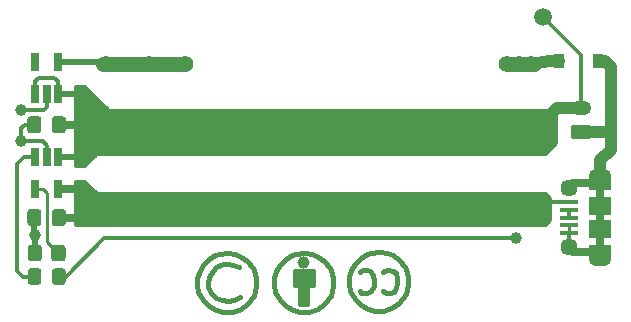
<source format=gbr>
%TF.GenerationSoftware,KiCad,Pcbnew,(5.1.9)-1*%
%TF.CreationDate,2021-01-14T15:41:35-05:00*%
%TF.ProjectId,TI59_battery,54493539-5f62-4617-9474-6572792e6b69,1*%
%TF.SameCoordinates,Original*%
%TF.FileFunction,Copper,L2,Bot*%
%TF.FilePolarity,Positive*%
%FSLAX46Y46*%
G04 Gerber Fmt 4.6, Leading zero omitted, Abs format (unit mm)*
G04 Created by KiCad (PCBNEW (5.1.9)-1) date 2021-01-14 15:41:35*
%MOMM*%
%LPD*%
G01*
G04 APERTURE LIST*
%TA.AperFunction,EtchedComponent*%
%ADD10C,0.381000*%
%TD*%
%TA.AperFunction,SMDPad,CuDef*%
%ADD11R,1.900000X1.500000*%
%TD*%
%TA.AperFunction,ComponentPad*%
%ADD12C,1.450000*%
%TD*%
%TA.AperFunction,SMDPad,CuDef*%
%ADD13R,1.600000X0.400000*%
%TD*%
%TA.AperFunction,ComponentPad*%
%ADD14O,1.900000X1.200000*%
%TD*%
%TA.AperFunction,SMDPad,CuDef*%
%ADD15R,1.900000X1.200000*%
%TD*%
%TA.AperFunction,SMDPad,CuDef*%
%ADD16C,1.500000*%
%TD*%
%TA.AperFunction,SMDPad,CuDef*%
%ADD17R,0.900000X1.200000*%
%TD*%
%TA.AperFunction,ComponentPad*%
%ADD18O,1.750000X1.200000*%
%TD*%
%TA.AperFunction,SMDPad,CuDef*%
%ADD19R,0.650000X1.560000*%
%TD*%
%TA.AperFunction,ViaPad*%
%ADD20C,1.000000*%
%TD*%
%TA.AperFunction,ViaPad*%
%ADD21C,1.400000*%
%TD*%
%TA.AperFunction,Conductor*%
%ADD22C,0.350000*%
%TD*%
%TA.AperFunction,Conductor*%
%ADD23C,0.700000*%
%TD*%
%TA.AperFunction,Conductor*%
%ADD24C,0.250000*%
%TD*%
%TA.AperFunction,Conductor*%
%ADD25C,0.500000*%
%TD*%
%TA.AperFunction,Conductor*%
%ADD26C,1.000000*%
%TD*%
%TA.AperFunction,Conductor*%
%ADD27C,1.250000*%
%TD*%
%TA.AperFunction,Conductor*%
%ADD28C,0.100000*%
%TD*%
G04 APERTURE END LIST*
D10*
%TO.C,REF\u002A\u002A*%
X137099820Y-110948880D02*
X136599440Y-111251140D01*
X136599440Y-111251140D02*
X136099060Y-111350200D01*
X136099060Y-111350200D02*
X135601220Y-111251140D01*
X135601220Y-111251140D02*
X135100840Y-111050480D01*
X135100840Y-111050480D02*
X134699520Y-110649160D01*
X134699520Y-110649160D02*
X134399800Y-110148780D01*
X134399800Y-110148780D02*
X134399800Y-109750000D01*
X134399800Y-109750000D02*
X134498860Y-109249620D01*
X134498860Y-109249620D02*
X134801120Y-108749240D01*
X134801120Y-108749240D02*
X135100840Y-108449520D01*
X135100840Y-108449520D02*
X135700280Y-108149800D01*
X135700280Y-108149800D02*
X136099060Y-108149800D01*
X136099060Y-108149800D02*
X136500380Y-108248860D01*
X136500380Y-108248860D02*
X137000760Y-108449520D01*
X136000000Y-107250640D02*
X136099060Y-107250640D01*
X136099060Y-107250640D02*
X136701040Y-107349700D01*
X136701040Y-107349700D02*
X137198880Y-107550360D01*
X137198880Y-107550360D02*
X137699260Y-107949140D01*
X137699260Y-107949140D02*
X138199640Y-108551120D01*
X138199640Y-108551120D02*
X138400300Y-108949900D01*
X138400300Y-108949900D02*
X138499360Y-109450280D01*
X138499360Y-109450280D02*
X138499360Y-110049720D01*
X138499360Y-110049720D02*
X138301240Y-110849820D01*
X138301240Y-110849820D02*
X137699260Y-111550860D01*
X137699260Y-111550860D02*
X137198880Y-111949640D01*
X137198880Y-111949640D02*
X136500380Y-112249360D01*
X136500380Y-112249360D02*
X135700280Y-112249360D01*
X135700280Y-112249360D02*
X135100840Y-112051240D01*
X135100840Y-112051240D02*
X134498860Y-111748980D01*
X134498860Y-111748980D02*
X134001020Y-111251140D01*
X134001020Y-111251140D02*
X133599700Y-110550100D01*
X133599700Y-110550100D02*
X133500640Y-109950660D01*
X133500640Y-109950660D02*
X133500640Y-109351220D01*
X133500640Y-109351220D02*
X133698760Y-108749240D01*
X133698760Y-108749240D02*
X134001020Y-108248860D01*
X134001020Y-108248860D02*
X134498860Y-107751020D01*
X134498860Y-107751020D02*
X134999240Y-107448760D01*
X134999240Y-107448760D02*
X135400560Y-107349700D01*
X135400560Y-107349700D02*
X136000000Y-107250640D01*
X142500000Y-107850080D02*
X142500000Y-108248860D01*
X143201040Y-109048960D02*
X141900560Y-109048960D01*
X141999620Y-109351220D02*
X143201040Y-109351220D01*
X143300100Y-109650940D02*
X141999620Y-109650940D01*
X142500000Y-110049720D02*
X142500000Y-111350200D01*
X142400940Y-111550860D02*
X142200280Y-111550860D01*
X142200280Y-111550860D02*
X142200280Y-109950660D01*
X142799720Y-110049720D02*
X142799720Y-111550860D01*
X142799720Y-111550860D02*
X142299340Y-111550860D01*
X143300100Y-108749240D02*
X141798960Y-108749240D01*
X141798960Y-108749240D02*
X141798960Y-109950660D01*
X141798960Y-109950660D02*
X143300100Y-109950660D01*
X143300100Y-109950660D02*
X143300100Y-108749240D01*
X142815666Y-108050740D02*
G75*
G03*
X142815666Y-108050740I-315666J0D01*
G01*
X142500000Y-107250640D02*
X142599060Y-107250640D01*
X142599060Y-107250640D02*
X143201040Y-107349700D01*
X143201040Y-107349700D02*
X143698880Y-107550360D01*
X143698880Y-107550360D02*
X144199260Y-107949140D01*
X144199260Y-107949140D02*
X144699640Y-108551120D01*
X144699640Y-108551120D02*
X144900300Y-108949900D01*
X144900300Y-108949900D02*
X144999360Y-109450280D01*
X144999360Y-109450280D02*
X144999360Y-110049720D01*
X144999360Y-110049720D02*
X144801240Y-110849820D01*
X144801240Y-110849820D02*
X144199260Y-111550860D01*
X144199260Y-111550860D02*
X143698880Y-111949640D01*
X143698880Y-111949640D02*
X143000380Y-112249360D01*
X143000380Y-112249360D02*
X142200280Y-112249360D01*
X142200280Y-112249360D02*
X141600840Y-112051240D01*
X141600840Y-112051240D02*
X140998860Y-111748980D01*
X140998860Y-111748980D02*
X140501020Y-111251140D01*
X140501020Y-111251140D02*
X140099700Y-110550100D01*
X140099700Y-110550100D02*
X140000640Y-109950660D01*
X140000640Y-109950660D02*
X140000640Y-109351220D01*
X140000640Y-109351220D02*
X140198760Y-108749240D01*
X140198760Y-108749240D02*
X140501020Y-108248860D01*
X140501020Y-108248860D02*
X140998860Y-107751020D01*
X140998860Y-107751020D02*
X141499240Y-107448760D01*
X141499240Y-107448760D02*
X141900560Y-107349700D01*
X141900560Y-107349700D02*
X142500000Y-107250640D01*
X147249800Y-108849900D02*
X147348860Y-108750840D01*
X147348860Y-108750840D02*
X147549520Y-108649240D01*
X147549520Y-108649240D02*
X147849240Y-108649240D01*
X147849240Y-108649240D02*
X148148960Y-108750840D01*
X148148960Y-108750840D02*
X148349620Y-109149620D01*
X148349620Y-109149620D02*
X148451220Y-109650000D01*
X148451220Y-109650000D02*
X148451220Y-110048780D01*
X148451220Y-110048780D02*
X148250560Y-110450100D01*
X148250560Y-110450100D02*
X147849240Y-110650760D01*
X147849240Y-110650760D02*
X147651120Y-110650760D01*
X147651120Y-110650760D02*
X147348860Y-110650760D01*
X147348860Y-110650760D02*
X147249800Y-110450100D01*
X149248780Y-108849900D02*
X149350380Y-108750840D01*
X149350380Y-108750840D02*
X149650100Y-108649240D01*
X149650100Y-108649240D02*
X150048880Y-108750840D01*
X150048880Y-108750840D02*
X150351140Y-108948960D01*
X150351140Y-108948960D02*
X150450200Y-109350280D01*
X150450200Y-109350280D02*
X150450200Y-109749060D01*
X150450200Y-109749060D02*
X150351140Y-110249440D01*
X150351140Y-110249440D02*
X150150480Y-110549160D01*
X150150480Y-110549160D02*
X149850760Y-110650760D01*
X149850760Y-110650760D02*
X149449440Y-110650760D01*
X149449440Y-110650760D02*
X149248780Y-110450100D01*
X148850000Y-107150640D02*
X148949060Y-107150640D01*
X148949060Y-107150640D02*
X149551040Y-107249700D01*
X149551040Y-107249700D02*
X150048880Y-107450360D01*
X150048880Y-107450360D02*
X150549260Y-107849140D01*
X150549260Y-107849140D02*
X151049640Y-108451120D01*
X151049640Y-108451120D02*
X151250300Y-108849900D01*
X151250300Y-108849900D02*
X151349360Y-109350280D01*
X151349360Y-109350280D02*
X151349360Y-109949720D01*
X151349360Y-109949720D02*
X151151240Y-110749820D01*
X151151240Y-110749820D02*
X150549260Y-111450860D01*
X150549260Y-111450860D02*
X150048880Y-111849640D01*
X150048880Y-111849640D02*
X149350380Y-112149360D01*
X149350380Y-112149360D02*
X148550280Y-112149360D01*
X148550280Y-112149360D02*
X147950840Y-111951240D01*
X147950840Y-111951240D02*
X147348860Y-111648980D01*
X147348860Y-111648980D02*
X146851020Y-111151140D01*
X146851020Y-111151140D02*
X146449700Y-110450100D01*
X146449700Y-110450100D02*
X146350640Y-109850660D01*
X146350640Y-109850660D02*
X146350640Y-109251220D01*
X146350640Y-109251220D02*
X146548760Y-108649240D01*
X146548760Y-108649240D02*
X146851020Y-108148860D01*
X146851020Y-108148860D02*
X147348860Y-107651020D01*
X147348860Y-107651020D02*
X147849240Y-107348760D01*
X147849240Y-107348760D02*
X148250560Y-107249700D01*
X148250560Y-107249700D02*
X148850000Y-107150640D01*
%TD*%
D11*
%TO.P,J1,6*%
%TO.N,GND*%
X167637500Y-105250000D03*
D12*
X164937500Y-101750000D03*
D13*
%TO.P,J1,2*%
%TO.N,Net-(J1-Pad2)*%
X164937500Y-103600000D03*
%TO.P,J1,1*%
%TO.N,/VUSB*%
X164937500Y-102950000D03*
%TO.P,J1,5*%
%TO.N,GND*%
X164937500Y-105550000D03*
%TO.P,J1,4*%
X164937500Y-104900000D03*
%TO.P,J1,3*%
%TO.N,Net-(J1-Pad2)*%
X164937500Y-104250000D03*
D12*
%TO.P,J1,6*%
%TO.N,GND*%
X164937500Y-106750000D03*
D11*
X167637500Y-103250000D03*
D14*
X167637500Y-100750000D03*
X167637500Y-107750000D03*
D15*
X167637500Y-107150000D03*
X167637500Y-101350000D03*
%TD*%
%TO.P,R1,2*%
%TO.N,GND*%
%TA.AperFunction,SMDPad,CuDef*%
G36*
G01*
X120350000Y-106799999D02*
X120350000Y-107700001D01*
G75*
G02*
X120100001Y-107950000I-249999J0D01*
G01*
X119399999Y-107950000D01*
G75*
G02*
X119150000Y-107700001I0J249999D01*
G01*
X119150000Y-106799999D01*
G75*
G02*
X119399999Y-106550000I249999J0D01*
G01*
X120100001Y-106550000D01*
G75*
G02*
X120350000Y-106799999I0J-249999D01*
G01*
G37*
%TD.AperFunction*%
%TO.P,R1,1*%
%TO.N,Net-(R1-Pad1)*%
%TA.AperFunction,SMDPad,CuDef*%
G36*
G01*
X122350000Y-106799999D02*
X122350000Y-107700001D01*
G75*
G02*
X122100001Y-107950000I-249999J0D01*
G01*
X121399999Y-107950000D01*
G75*
G02*
X121150000Y-107700001I0J249999D01*
G01*
X121150000Y-106799999D01*
G75*
G02*
X121399999Y-106550000I249999J0D01*
G01*
X122100001Y-106550000D01*
G75*
G02*
X122350000Y-106799999I0J-249999D01*
G01*
G37*
%TD.AperFunction*%
%TD*%
%TO.P,C1,2*%
%TO.N,GND*%
%TA.AperFunction,SMDPad,CuDef*%
G36*
G01*
X120300000Y-103775000D02*
X120300000Y-104725000D01*
G75*
G02*
X120050000Y-104975000I-250000J0D01*
G01*
X119375000Y-104975000D01*
G75*
G02*
X119125000Y-104725000I0J250000D01*
G01*
X119125000Y-103775000D01*
G75*
G02*
X119375000Y-103525000I250000J0D01*
G01*
X120050000Y-103525000D01*
G75*
G02*
X120300000Y-103775000I0J-250000D01*
G01*
G37*
%TD.AperFunction*%
%TO.P,C1,1*%
%TO.N,/VUSB*%
%TA.AperFunction,SMDPad,CuDef*%
G36*
G01*
X122375000Y-103775000D02*
X122375000Y-104725000D01*
G75*
G02*
X122125000Y-104975000I-250000J0D01*
G01*
X121450000Y-104975000D01*
G75*
G02*
X121200000Y-104725000I0J250000D01*
G01*
X121200000Y-103775000D01*
G75*
G02*
X121450000Y-103525000I250000J0D01*
G01*
X122125000Y-103525000D01*
G75*
G02*
X122375000Y-103775000I0J-250000D01*
G01*
G37*
%TD.AperFunction*%
%TD*%
%TO.P,C2,2*%
%TO.N,GND*%
%TA.AperFunction,SMDPad,CuDef*%
G36*
G01*
X120300000Y-95925000D02*
X120300000Y-96875000D01*
G75*
G02*
X120050000Y-97125000I-250000J0D01*
G01*
X119375000Y-97125000D01*
G75*
G02*
X119125000Y-96875000I0J250000D01*
G01*
X119125000Y-95925000D01*
G75*
G02*
X119375000Y-95675000I250000J0D01*
G01*
X120050000Y-95675000D01*
G75*
G02*
X120300000Y-95925000I0J-250000D01*
G01*
G37*
%TD.AperFunction*%
%TO.P,C2,1*%
%TO.N,/VBAT*%
%TA.AperFunction,SMDPad,CuDef*%
G36*
G01*
X122375000Y-95925000D02*
X122375000Y-96875000D01*
G75*
G02*
X122125000Y-97125000I-250000J0D01*
G01*
X121450000Y-97125000D01*
G75*
G02*
X121200000Y-96875000I0J250000D01*
G01*
X121200000Y-95925000D01*
G75*
G02*
X121450000Y-95675000I250000J0D01*
G01*
X122125000Y-95675000D01*
G75*
G02*
X122375000Y-95925000I0J-250000D01*
G01*
G37*
%TD.AperFunction*%
%TD*%
D16*
%TO.P,TP1,1*%
%TO.N,/VUSB*%
X126250000Y-103500000D03*
%TD*%
%TO.P,TP2,1*%
%TO.N,/VBAT*%
X162750000Y-87250000D03*
%TD*%
D17*
%TO.P,Z1,2*%
%TO.N,GND*%
X167400000Y-91000000D03*
%TO.P,Z1,1*%
%TO.N,/POS*%
X164100000Y-91000000D03*
%TD*%
%TO.P,J2,1*%
%TO.N,GND*%
%TA.AperFunction,ComponentPad*%
G36*
G01*
X166625001Y-97600000D02*
X165374999Y-97600000D01*
G75*
G02*
X165125000Y-97350001I0J249999D01*
G01*
X165125000Y-96649999D01*
G75*
G02*
X165374999Y-96400000I249999J0D01*
G01*
X166625001Y-96400000D01*
G75*
G02*
X166875000Y-96649999I0J-249999D01*
G01*
X166875000Y-97350001D01*
G75*
G02*
X166625001Y-97600000I-249999J0D01*
G01*
G37*
%TD.AperFunction*%
D18*
%TO.P,J2,2*%
%TO.N,/VBAT*%
X166000000Y-95000000D03*
%TD*%
%TO.P,R2,2*%
%TO.N,Net-(D1-Pad1)*%
%TA.AperFunction,SMDPad,CuDef*%
G36*
G01*
X121200000Y-109700001D02*
X121200000Y-108799999D01*
G75*
G02*
X121449999Y-108550000I249999J0D01*
G01*
X122100001Y-108550000D01*
G75*
G02*
X122350000Y-108799999I0J-249999D01*
G01*
X122350000Y-109700001D01*
G75*
G02*
X122100001Y-109950000I-249999J0D01*
G01*
X121449999Y-109950000D01*
G75*
G02*
X121200000Y-109700001I0J249999D01*
G01*
G37*
%TD.AperFunction*%
%TO.P,R2,1*%
%TO.N,Net-(R2-Pad1)*%
%TA.AperFunction,SMDPad,CuDef*%
G36*
G01*
X119150000Y-109700001D02*
X119150000Y-108799999D01*
G75*
G02*
X119399999Y-108550000I249999J0D01*
G01*
X120050001Y-108550000D01*
G75*
G02*
X120300000Y-108799999I0J-249999D01*
G01*
X120300000Y-109700001D01*
G75*
G02*
X120050001Y-109950000I-249999J0D01*
G01*
X119399999Y-109950000D01*
G75*
G02*
X119150000Y-109700001I0J249999D01*
G01*
G37*
%TD.AperFunction*%
%TD*%
D19*
%TO.P,U1,1*%
%TO.N,Net-(R2-Pad1)*%
X119800000Y-99150000D03*
%TO.P,U1,2*%
%TO.N,GND*%
X120750000Y-99150000D03*
%TO.P,U1,3*%
%TO.N,/VBAT*%
X121700000Y-99150000D03*
%TO.P,U1,4*%
%TO.N,/VUSB*%
X121700000Y-101850000D03*
%TO.P,U1,5*%
%TO.N,Net-(R1-Pad1)*%
X119800000Y-101850000D03*
%TD*%
%TO.P,U2,5*%
%TO.N,/POS*%
X121700000Y-91050000D03*
%TO.P,U2,4*%
%TO.N,N/C*%
X119800000Y-91050000D03*
%TO.P,U2,3*%
%TO.N,/VBAT*%
X119800000Y-93750000D03*
%TO.P,U2,2*%
%TO.N,GND*%
X120750000Y-93750000D03*
%TO.P,U2,1*%
%TO.N,/VBAT*%
X121700000Y-93750000D03*
%TD*%
D20*
%TO.N,GND*%
X119750000Y-105750000D03*
X118600000Y-97800000D03*
X118600000Y-95100000D03*
%TO.N,Net-(D1-Pad1)*%
X160500000Y-106000000D03*
%TO.N,/VUSB*%
X160500000Y-103250000D03*
D21*
%TO.N,/POS*%
X159750000Y-91250000D03*
X160750000Y-91250000D03*
X125800000Y-91250000D03*
X161750000Y-91250000D03*
X132500000Y-91250000D03*
X129400000Y-91250000D03*
%TD*%
D22*
%TO.N,GND*%
X164937500Y-105550000D02*
X164937500Y-106750000D01*
D23*
X167637500Y-105500000D02*
X167637500Y-107750000D01*
D24*
X164937500Y-104900000D02*
X164937500Y-105550000D01*
D25*
X119712500Y-105712500D02*
X119750000Y-105750000D01*
X119712500Y-104250000D02*
X119712500Y-105712500D01*
X119750000Y-107250000D02*
X119750000Y-105750000D01*
X119712500Y-96400000D02*
X119712500Y-96687500D01*
D22*
X120400000Y-97800000D02*
X118600000Y-97800000D01*
X120750000Y-98150000D02*
X120400000Y-97800000D01*
X120750000Y-99150000D02*
X120750000Y-98150000D01*
X118900000Y-96400000D02*
X119712500Y-96400000D01*
X118600000Y-96700000D02*
X118900000Y-96400000D01*
X118600000Y-97800000D02*
X118600000Y-96700000D01*
X120750000Y-93750000D02*
X120750000Y-94850000D01*
X120750000Y-94850000D02*
X120500000Y-95100000D01*
X120500000Y-95100000D02*
X118600000Y-95100000D01*
D25*
X168000000Y-91000000D02*
X167400000Y-91000000D01*
D26*
X168500000Y-91500000D02*
X168000000Y-91000000D01*
X168500000Y-97000000D02*
X168500000Y-91500000D01*
X166000000Y-97000000D02*
X168500000Y-97000000D01*
X168500000Y-97000000D02*
X168500000Y-98500000D01*
X167637500Y-99362500D02*
X167637500Y-100750000D01*
X168500000Y-98500000D02*
X167637500Y-99362500D01*
D23*
X167637500Y-101350000D02*
X167637500Y-103250000D01*
X167637500Y-103250000D02*
X167637500Y-105250000D01*
X165337500Y-101350000D02*
X164937500Y-101750000D01*
X167637500Y-101350000D02*
X165337500Y-101350000D01*
X165337500Y-107150000D02*
X164937500Y-106750000D01*
X167637500Y-107150000D02*
X165337500Y-107150000D01*
D22*
%TO.N,Net-(D1-Pad1)*%
X125600000Y-106000000D02*
X160500000Y-106000000D01*
X122350000Y-109250000D02*
X125600000Y-106000000D01*
X121775000Y-109250000D02*
X122350000Y-109250000D01*
D24*
%TO.N,Net-(R1-Pad1)*%
X120800000Y-106300000D02*
X121750000Y-107250000D01*
X120800000Y-102200000D02*
X120800000Y-106300000D01*
X120450000Y-101850000D02*
X120800000Y-102200000D01*
X119800000Y-101850000D02*
X120450000Y-101850000D01*
D22*
%TO.N,Net-(R2-Pad1)*%
X118250000Y-108800000D02*
X118750000Y-109300000D01*
X118750000Y-109300000D02*
X119725000Y-109300000D01*
X118250000Y-99750000D02*
X118250000Y-108800000D01*
X118850000Y-99150000D02*
X118250000Y-99750000D01*
X119800000Y-99150000D02*
X118850000Y-99150000D01*
D25*
%TO.N,/VUSB*%
X121700000Y-104162500D02*
X121787500Y-104250000D01*
D22*
%TO.N,Net-(J1-Pad2)*%
X164937500Y-103600000D02*
X164937500Y-104250000D01*
%TO.N,/VUSB*%
X161500000Y-103250000D02*
X162750000Y-104500000D01*
X160500000Y-103250000D02*
X161500000Y-103250000D01*
X164937500Y-102950000D02*
X162800000Y-102950000D01*
D23*
X121787500Y-104250000D02*
X123750000Y-104250000D01*
X123750000Y-102250000D02*
X123750000Y-102750000D01*
X123350000Y-101850000D02*
X123750000Y-102250000D01*
X121700000Y-101850000D02*
X123350000Y-101850000D01*
D22*
%TO.N,/VBAT*%
X121700000Y-93750000D02*
X121700000Y-92700000D01*
X121700000Y-92700000D02*
X121400000Y-92400000D01*
X121400000Y-92400000D02*
X120100000Y-92400000D01*
X120100000Y-92400000D02*
X119800000Y-92700000D01*
X119800000Y-92700000D02*
X119800000Y-93750000D01*
X166000000Y-90500000D02*
X162750000Y-87250000D01*
X166000000Y-95000000D02*
X166000000Y-90500000D01*
D26*
X128000000Y-96500000D02*
X124000000Y-96500000D01*
X164000000Y-95000000D02*
X162500000Y-96500000D01*
X166000000Y-95000000D02*
X164000000Y-95000000D01*
D23*
X123900000Y-96400000D02*
X124000000Y-96500000D01*
X121787500Y-96400000D02*
X123900000Y-96400000D01*
D25*
X121700000Y-93750000D02*
X121700000Y-93800000D01*
X123900000Y-98600000D02*
X123900000Y-96400000D01*
X123350000Y-99150000D02*
X123900000Y-98600000D01*
X121700000Y-99150000D02*
X123350000Y-99150000D01*
X123900000Y-94400000D02*
X123900000Y-96400000D01*
X123250000Y-93750000D02*
X123900000Y-94400000D01*
X121700000Y-93750000D02*
X123250000Y-93750000D01*
D27*
%TO.N,/POS*%
X162000000Y-91250000D02*
X160000000Y-91250000D01*
D26*
X163250000Y-91000000D02*
X164100000Y-91000000D01*
X161750000Y-91250000D02*
X163250000Y-91000000D01*
D25*
X125300000Y-91050000D02*
X125500000Y-91250000D01*
X121700000Y-91050000D02*
X125300000Y-91050000D01*
D27*
X125500000Y-91250000D02*
X127500000Y-91250000D01*
X127500000Y-91250000D02*
X132500000Y-91250000D01*
%TD*%
D24*
%TO.N,/VBAT*%
X125911612Y-95088388D02*
X125930554Y-95103934D01*
X125952165Y-95115485D01*
X125975614Y-95122598D01*
X126000000Y-95125000D01*
X163875000Y-95125000D01*
X163875000Y-97948224D01*
X162948224Y-98875000D01*
X125000000Y-98875000D01*
X124975614Y-98877402D01*
X124952165Y-98884515D01*
X124930554Y-98896066D01*
X124911612Y-98911612D01*
X123948224Y-99875000D01*
X123125000Y-99875000D01*
X123125000Y-93125000D01*
X123948224Y-93125000D01*
X125911612Y-95088388D01*
%TA.AperFunction,Conductor*%
D28*
G36*
X125911612Y-95088388D02*
G01*
X125930554Y-95103934D01*
X125952165Y-95115485D01*
X125975614Y-95122598D01*
X126000000Y-95125000D01*
X163875000Y-95125000D01*
X163875000Y-97948224D01*
X162948224Y-98875000D01*
X125000000Y-98875000D01*
X124975614Y-98877402D01*
X124952165Y-98884515D01*
X124930554Y-98896066D01*
X124911612Y-98911612D01*
X123948224Y-99875000D01*
X123125000Y-99875000D01*
X123125000Y-93125000D01*
X123948224Y-93125000D01*
X125911612Y-95088388D01*
G37*
%TD.AperFunction*%
%TD*%
D24*
%TO.N,/VUSB*%
X124911612Y-102088388D02*
X124930554Y-102103934D01*
X124952165Y-102115485D01*
X124975614Y-102122598D01*
X125000000Y-102125000D01*
X162948224Y-102125000D01*
X163375000Y-102551776D01*
X163375000Y-104448224D01*
X162948224Y-104875000D01*
X123125000Y-104875000D01*
X123125000Y-101125000D01*
X123948224Y-101125000D01*
X124911612Y-102088388D01*
%TA.AperFunction,Conductor*%
D28*
G36*
X124911612Y-102088388D02*
G01*
X124930554Y-102103934D01*
X124952165Y-102115485D01*
X124975614Y-102122598D01*
X125000000Y-102125000D01*
X162948224Y-102125000D01*
X163375000Y-102551776D01*
X163375000Y-104448224D01*
X162948224Y-104875000D01*
X123125000Y-104875000D01*
X123125000Y-101125000D01*
X123948224Y-101125000D01*
X124911612Y-102088388D01*
G37*
%TD.AperFunction*%
%TD*%
M02*

</source>
